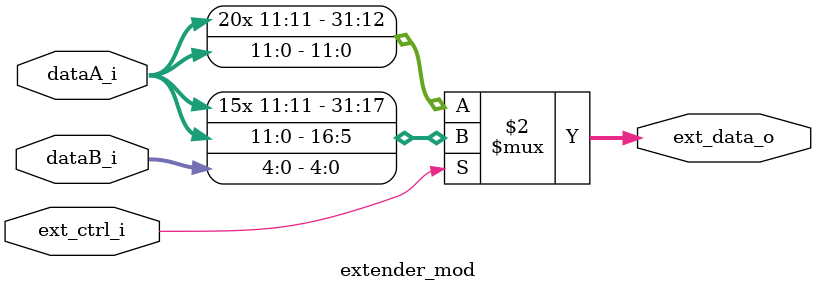
<source format=sv>


module extender_mod ( 
  // ----------------------------------
  // Data Inputs
  // ----------------------------------
  input  wire      	 	[11:0]dataA_i,  //imm
  input  wire      	 	[4:0]dataB_i,  //Rc
  input  wire      	 	ext_ctrl_i,  


  // ----------------------------------
  // Outputs
  // ----------------------------------
  output reg      	   	 [31:0]ext_data_o
);

assign ext_data_o = (ext_ctrl_i==1'b1) ? {{16{dataA_i[11]}}, dataA_i[10:0], dataB_i} : {{21{dataA_i[11]}}, dataA_i[10:0]};

endmodule  

</source>
